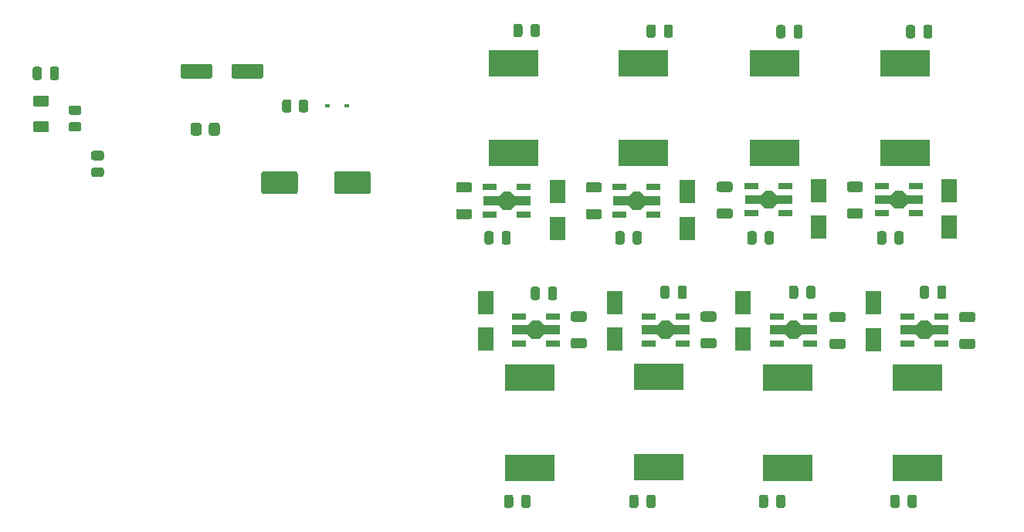
<source format=gtp>
G04 #@! TF.GenerationSoftware,KiCad,Pcbnew,5.1.11-e4df9d881f~92~ubuntu20.04.1*
G04 #@! TF.CreationDate,2021-10-29T00:11:59+02:00*
G04 #@! TF.ProjectId,CC dimmer low voltage,43432064-696d-46d6-9572-206c6f772076,0.95*
G04 #@! TF.SameCoordinates,Original*
G04 #@! TF.FileFunction,Paste,Top*
G04 #@! TF.FilePolarity,Positive*
%FSLAX46Y46*%
G04 Gerber Fmt 4.6, Leading zero omitted, Abs format (unit mm)*
G04 Created by KiCad (PCBNEW 5.1.11-e4df9d881f~92~ubuntu20.04.1) date 2021-10-29 00:11:59*
%MOMM*%
%LPD*%
G01*
G04 APERTURE LIST*
%ADD10R,1.500000X0.700000*%
%ADD11C,0.150000*%
%ADD12R,5.400000X2.900000*%
%ADD13R,1.800000X2.500000*%
%ADD14R,0.600000X0.450000*%
G04 APERTURE END LIST*
D10*
X185094000Y-74144000D03*
X185094000Y-71144000D03*
X188794000Y-74144000D03*
X188794000Y-71144000D03*
D11*
G36*
X186044000Y-73144000D02*
G01*
X184344000Y-73144000D01*
X184344000Y-72144000D01*
X186044000Y-72144000D01*
X186544000Y-71644000D01*
X187344000Y-71644000D01*
X187844000Y-72144000D01*
X189544000Y-72144000D01*
X189544000Y-73144000D01*
X187844000Y-73144000D01*
X187344000Y-73644000D01*
X186544000Y-73644000D01*
X186044000Y-73144000D01*
G37*
D12*
X174879000Y-92078000D03*
X174879000Y-101978000D03*
D13*
X198437500Y-83979000D03*
X198437500Y-87979000D03*
X170053000Y-87915500D03*
X170053000Y-83915500D03*
G36*
G01*
X157676000Y-77310000D02*
X157676000Y-76360000D01*
G75*
G02*
X157926000Y-76110000I250000J0D01*
G01*
X158426000Y-76110000D01*
G75*
G02*
X158676000Y-76360000I0J-250000D01*
G01*
X158676000Y-77310000D01*
G75*
G02*
X158426000Y-77560000I-250000J0D01*
G01*
X157926000Y-77560000D01*
G75*
G02*
X157676000Y-77310000I0J250000D01*
G01*
G37*
G36*
G01*
X155776000Y-77310000D02*
X155776000Y-76360000D01*
G75*
G02*
X156026000Y-76110000I250000J0D01*
G01*
X156526000Y-76110000D01*
G75*
G02*
X156776000Y-76360000I0J-250000D01*
G01*
X156776000Y-77310000D01*
G75*
G02*
X156526000Y-77560000I-250000J0D01*
G01*
X156026000Y-77560000D01*
G75*
G02*
X155776000Y-77310000I0J250000D01*
G01*
G37*
G36*
G01*
X161851000Y-53627000D02*
X161851000Y-54577000D01*
G75*
G02*
X161601000Y-54827000I-250000J0D01*
G01*
X161101000Y-54827000D01*
G75*
G02*
X160851000Y-54577000I0J250000D01*
G01*
X160851000Y-53627000D01*
G75*
G02*
X161101000Y-53377000I250000J0D01*
G01*
X161601000Y-53377000D01*
G75*
G02*
X161851000Y-53627000I0J-250000D01*
G01*
G37*
G36*
G01*
X159951000Y-53627000D02*
X159951000Y-54577000D01*
G75*
G02*
X159701000Y-54827000I-250000J0D01*
G01*
X159201000Y-54827000D01*
G75*
G02*
X158951000Y-54577000I0J250000D01*
G01*
X158951000Y-53627000D01*
G75*
G02*
X159201000Y-53377000I250000J0D01*
G01*
X159701000Y-53377000D01*
G75*
G02*
X159951000Y-53627000I0J-250000D01*
G01*
G37*
G36*
G01*
X170127000Y-77310000D02*
X170127000Y-76360000D01*
G75*
G02*
X170377000Y-76110000I250000J0D01*
G01*
X170877000Y-76110000D01*
G75*
G02*
X171127000Y-76360000I0J-250000D01*
G01*
X171127000Y-77310000D01*
G75*
G02*
X170877000Y-77560000I-250000J0D01*
G01*
X170377000Y-77560000D01*
G75*
G02*
X170127000Y-77310000I0J250000D01*
G01*
G37*
G36*
G01*
X172027000Y-77310000D02*
X172027000Y-76360000D01*
G75*
G02*
X172277000Y-76110000I250000J0D01*
G01*
X172777000Y-76110000D01*
G75*
G02*
X173027000Y-76360000I0J-250000D01*
G01*
X173027000Y-77310000D01*
G75*
G02*
X172777000Y-77560000I-250000J0D01*
G01*
X172277000Y-77560000D01*
G75*
G02*
X172027000Y-77310000I0J250000D01*
G01*
G37*
G36*
G01*
X176456000Y-53690500D02*
X176456000Y-54640500D01*
G75*
G02*
X176206000Y-54890500I-250000J0D01*
G01*
X175706000Y-54890500D01*
G75*
G02*
X175456000Y-54640500I0J250000D01*
G01*
X175456000Y-53690500D01*
G75*
G02*
X175706000Y-53440500I250000J0D01*
G01*
X176206000Y-53440500D01*
G75*
G02*
X176456000Y-53690500I0J-250000D01*
G01*
G37*
G36*
G01*
X174556000Y-53690500D02*
X174556000Y-54640500D01*
G75*
G02*
X174306000Y-54890500I-250000J0D01*
G01*
X173806000Y-54890500D01*
G75*
G02*
X173556000Y-54640500I0J250000D01*
G01*
X173556000Y-53690500D01*
G75*
G02*
X173806000Y-53440500I250000J0D01*
G01*
X174306000Y-53440500D01*
G75*
G02*
X174556000Y-53690500I0J-250000D01*
G01*
G37*
G36*
G01*
X184605000Y-77310000D02*
X184605000Y-76360000D01*
G75*
G02*
X184855000Y-76110000I250000J0D01*
G01*
X185355000Y-76110000D01*
G75*
G02*
X185605000Y-76360000I0J-250000D01*
G01*
X185605000Y-77310000D01*
G75*
G02*
X185355000Y-77560000I-250000J0D01*
G01*
X184855000Y-77560000D01*
G75*
G02*
X184605000Y-77310000I0J250000D01*
G01*
G37*
G36*
G01*
X186505000Y-77310000D02*
X186505000Y-76360000D01*
G75*
G02*
X186755000Y-76110000I250000J0D01*
G01*
X187255000Y-76110000D01*
G75*
G02*
X187505000Y-76360000I0J-250000D01*
G01*
X187505000Y-77310000D01*
G75*
G02*
X187255000Y-77560000I-250000J0D01*
G01*
X186755000Y-77560000D01*
G75*
G02*
X186505000Y-77310000I0J250000D01*
G01*
G37*
G36*
G01*
X188780000Y-53754000D02*
X188780000Y-54704000D01*
G75*
G02*
X188530000Y-54954000I-250000J0D01*
G01*
X188030000Y-54954000D01*
G75*
G02*
X187780000Y-54704000I0J250000D01*
G01*
X187780000Y-53754000D01*
G75*
G02*
X188030000Y-53504000I250000J0D01*
G01*
X188530000Y-53504000D01*
G75*
G02*
X188780000Y-53754000I0J-250000D01*
G01*
G37*
G36*
G01*
X190680000Y-53754000D02*
X190680000Y-54704000D01*
G75*
G02*
X190430000Y-54954000I-250000J0D01*
G01*
X189930000Y-54954000D01*
G75*
G02*
X189680000Y-54704000I0J250000D01*
G01*
X189680000Y-53754000D01*
G75*
G02*
X189930000Y-53504000I250000J0D01*
G01*
X190430000Y-53504000D01*
G75*
G02*
X190680000Y-53754000I0J-250000D01*
G01*
G37*
G36*
G01*
X200729000Y-77310000D02*
X200729000Y-76360000D01*
G75*
G02*
X200979000Y-76110000I250000J0D01*
G01*
X201479000Y-76110000D01*
G75*
G02*
X201729000Y-76360000I0J-250000D01*
G01*
X201729000Y-77310000D01*
G75*
G02*
X201479000Y-77560000I-250000J0D01*
G01*
X200979000Y-77560000D01*
G75*
G02*
X200729000Y-77310000I0J250000D01*
G01*
G37*
G36*
G01*
X198829000Y-77310000D02*
X198829000Y-76360000D01*
G75*
G02*
X199079000Y-76110000I250000J0D01*
G01*
X199579000Y-76110000D01*
G75*
G02*
X199829000Y-76360000I0J-250000D01*
G01*
X199829000Y-77310000D01*
G75*
G02*
X199579000Y-77560000I-250000J0D01*
G01*
X199079000Y-77560000D01*
G75*
G02*
X198829000Y-77310000I0J250000D01*
G01*
G37*
G36*
G01*
X204904000Y-53754000D02*
X204904000Y-54704000D01*
G75*
G02*
X204654000Y-54954000I-250000J0D01*
G01*
X204154000Y-54954000D01*
G75*
G02*
X203904000Y-54704000I0J250000D01*
G01*
X203904000Y-53754000D01*
G75*
G02*
X204154000Y-53504000I250000J0D01*
G01*
X204654000Y-53504000D01*
G75*
G02*
X204904000Y-53754000I0J-250000D01*
G01*
G37*
G36*
G01*
X203004000Y-53754000D02*
X203004000Y-54704000D01*
G75*
G02*
X202754000Y-54954000I-250000J0D01*
G01*
X202254000Y-54954000D01*
G75*
G02*
X202004000Y-54704000I0J250000D01*
G01*
X202004000Y-53754000D01*
G75*
G02*
X202254000Y-53504000I250000J0D01*
G01*
X202754000Y-53504000D01*
G75*
G02*
X203004000Y-53754000I0J-250000D01*
G01*
G37*
G36*
G01*
X204528000Y-82329000D02*
X204528000Y-83279000D01*
G75*
G02*
X204278000Y-83529000I-250000J0D01*
G01*
X203778000Y-83529000D01*
G75*
G02*
X203528000Y-83279000I0J250000D01*
G01*
X203528000Y-82329000D01*
G75*
G02*
X203778000Y-82079000I250000J0D01*
G01*
X204278000Y-82079000D01*
G75*
G02*
X204528000Y-82329000I0J-250000D01*
G01*
G37*
G36*
G01*
X206428000Y-82329000D02*
X206428000Y-83279000D01*
G75*
G02*
X206178000Y-83529000I-250000J0D01*
G01*
X205678000Y-83529000D01*
G75*
G02*
X205428000Y-83279000I0J250000D01*
G01*
X205428000Y-82329000D01*
G75*
G02*
X205678000Y-82079000I250000J0D01*
G01*
X206178000Y-82079000D01*
G75*
G02*
X206428000Y-82329000I0J-250000D01*
G01*
G37*
G36*
G01*
X203189500Y-105252500D02*
X203189500Y-106202500D01*
G75*
G02*
X202939500Y-106452500I-250000J0D01*
G01*
X202439500Y-106452500D01*
G75*
G02*
X202189500Y-106202500I0J250000D01*
G01*
X202189500Y-105252500D01*
G75*
G02*
X202439500Y-105002500I250000J0D01*
G01*
X202939500Y-105002500D01*
G75*
G02*
X203189500Y-105252500I0J-250000D01*
G01*
G37*
G36*
G01*
X201289500Y-105252500D02*
X201289500Y-106202500D01*
G75*
G02*
X201039500Y-106452500I-250000J0D01*
G01*
X200539500Y-106452500D01*
G75*
G02*
X200289500Y-106202500I0J250000D01*
G01*
X200289500Y-105252500D01*
G75*
G02*
X200539500Y-105002500I250000J0D01*
G01*
X201039500Y-105002500D01*
G75*
G02*
X201289500Y-105252500I0J-250000D01*
G01*
G37*
G36*
G01*
X190177000Y-82329000D02*
X190177000Y-83279000D01*
G75*
G02*
X189927000Y-83529000I-250000J0D01*
G01*
X189427000Y-83529000D01*
G75*
G02*
X189177000Y-83279000I0J250000D01*
G01*
X189177000Y-82329000D01*
G75*
G02*
X189427000Y-82079000I250000J0D01*
G01*
X189927000Y-82079000D01*
G75*
G02*
X190177000Y-82329000I0J-250000D01*
G01*
G37*
G36*
G01*
X192077000Y-82329000D02*
X192077000Y-83279000D01*
G75*
G02*
X191827000Y-83529000I-250000J0D01*
G01*
X191327000Y-83529000D01*
G75*
G02*
X191077000Y-83279000I0J250000D01*
G01*
X191077000Y-82329000D01*
G75*
G02*
X191327000Y-82079000I250000J0D01*
G01*
X191827000Y-82079000D01*
G75*
G02*
X192077000Y-82329000I0J-250000D01*
G01*
G37*
G36*
G01*
X186875000Y-105252500D02*
X186875000Y-106202500D01*
G75*
G02*
X186625000Y-106452500I-250000J0D01*
G01*
X186125000Y-106452500D01*
G75*
G02*
X185875000Y-106202500I0J250000D01*
G01*
X185875000Y-105252500D01*
G75*
G02*
X186125000Y-105002500I250000J0D01*
G01*
X186625000Y-105002500D01*
G75*
G02*
X186875000Y-105252500I0J-250000D01*
G01*
G37*
G36*
G01*
X188775000Y-105252500D02*
X188775000Y-106202500D01*
G75*
G02*
X188525000Y-106452500I-250000J0D01*
G01*
X188025000Y-106452500D01*
G75*
G02*
X187775000Y-106202500I0J250000D01*
G01*
X187775000Y-105252500D01*
G75*
G02*
X188025000Y-105002500I250000J0D01*
G01*
X188525000Y-105002500D01*
G75*
G02*
X188775000Y-105252500I0J-250000D01*
G01*
G37*
G36*
G01*
X177980000Y-82329000D02*
X177980000Y-83279000D01*
G75*
G02*
X177730000Y-83529000I-250000J0D01*
G01*
X177230000Y-83529000D01*
G75*
G02*
X176980000Y-83279000I0J250000D01*
G01*
X176980000Y-82329000D01*
G75*
G02*
X177230000Y-82079000I250000J0D01*
G01*
X177730000Y-82079000D01*
G75*
G02*
X177980000Y-82329000I0J-250000D01*
G01*
G37*
G36*
G01*
X176080000Y-82329000D02*
X176080000Y-83279000D01*
G75*
G02*
X175830000Y-83529000I-250000J0D01*
G01*
X175330000Y-83529000D01*
G75*
G02*
X175080000Y-83279000I0J250000D01*
G01*
X175080000Y-82329000D01*
G75*
G02*
X175330000Y-82079000I250000J0D01*
G01*
X175830000Y-82079000D01*
G75*
G02*
X176080000Y-82329000I0J-250000D01*
G01*
G37*
G36*
G01*
X172651000Y-105252500D02*
X172651000Y-106202500D01*
G75*
G02*
X172401000Y-106452500I-250000J0D01*
G01*
X171901000Y-106452500D01*
G75*
G02*
X171651000Y-106202500I0J250000D01*
G01*
X171651000Y-105252500D01*
G75*
G02*
X171901000Y-105002500I250000J0D01*
G01*
X172401000Y-105002500D01*
G75*
G02*
X172651000Y-105252500I0J-250000D01*
G01*
G37*
G36*
G01*
X174551000Y-105252500D02*
X174551000Y-106202500D01*
G75*
G02*
X174301000Y-106452500I-250000J0D01*
G01*
X173801000Y-106452500D01*
G75*
G02*
X173551000Y-106202500I0J250000D01*
G01*
X173551000Y-105252500D01*
G75*
G02*
X173801000Y-105002500I250000J0D01*
G01*
X174301000Y-105002500D01*
G75*
G02*
X174551000Y-105252500I0J-250000D01*
G01*
G37*
G36*
G01*
X161856000Y-82456000D02*
X161856000Y-83406000D01*
G75*
G02*
X161606000Y-83656000I-250000J0D01*
G01*
X161106000Y-83656000D01*
G75*
G02*
X160856000Y-83406000I0J250000D01*
G01*
X160856000Y-82456000D01*
G75*
G02*
X161106000Y-82206000I250000J0D01*
G01*
X161606000Y-82206000D01*
G75*
G02*
X161856000Y-82456000I0J-250000D01*
G01*
G37*
G36*
G01*
X163756000Y-82456000D02*
X163756000Y-83406000D01*
G75*
G02*
X163506000Y-83656000I-250000J0D01*
G01*
X163006000Y-83656000D01*
G75*
G02*
X162756000Y-83406000I0J250000D01*
G01*
X162756000Y-82456000D01*
G75*
G02*
X163006000Y-82206000I250000J0D01*
G01*
X163506000Y-82206000D01*
G75*
G02*
X163756000Y-82456000I0J-250000D01*
G01*
G37*
G36*
G01*
X160835000Y-105252500D02*
X160835000Y-106202500D01*
G75*
G02*
X160585000Y-106452500I-250000J0D01*
G01*
X160085000Y-106452500D01*
G75*
G02*
X159835000Y-106202500I0J250000D01*
G01*
X159835000Y-105252500D01*
G75*
G02*
X160085000Y-105002500I250000J0D01*
G01*
X160585000Y-105002500D01*
G75*
G02*
X160835000Y-105252500I0J-250000D01*
G01*
G37*
G36*
G01*
X158935000Y-105252500D02*
X158935000Y-106202500D01*
G75*
G02*
X158685000Y-106452500I-250000J0D01*
G01*
X158185000Y-106452500D01*
G75*
G02*
X157935000Y-106202500I0J250000D01*
G01*
X157935000Y-105252500D01*
G75*
G02*
X158185000Y-105002500I250000J0D01*
G01*
X158685000Y-105002500D01*
G75*
G02*
X158935000Y-105252500I0J-250000D01*
G01*
G37*
G36*
G01*
X143312400Y-69789800D02*
X143312400Y-71789800D01*
G75*
G02*
X143062400Y-72039800I-250000J0D01*
G01*
X139562400Y-72039800D01*
G75*
G02*
X139312400Y-71789800I0J250000D01*
G01*
X139312400Y-69789800D01*
G75*
G02*
X139562400Y-69539800I250000J0D01*
G01*
X143062400Y-69539800D01*
G75*
G02*
X143312400Y-69789800I0J-250000D01*
G01*
G37*
G36*
G01*
X135312400Y-69789800D02*
X135312400Y-71789800D01*
G75*
G02*
X135062400Y-72039800I-250000J0D01*
G01*
X131562400Y-72039800D01*
G75*
G02*
X131312400Y-71789800I0J250000D01*
G01*
X131312400Y-69789800D01*
G75*
G02*
X131562400Y-69539800I250000J0D01*
G01*
X135062400Y-69539800D01*
G75*
G02*
X135312400Y-69789800I0J-250000D01*
G01*
G37*
G36*
G01*
X122450000Y-59122400D02*
X122450000Y-58022400D01*
G75*
G02*
X122700000Y-57772400I250000J0D01*
G01*
X125700000Y-57772400D01*
G75*
G02*
X125950000Y-58022400I0J-250000D01*
G01*
X125950000Y-59122400D01*
G75*
G02*
X125700000Y-59372400I-250000J0D01*
G01*
X122700000Y-59372400D01*
G75*
G02*
X122450000Y-59122400I0J250000D01*
G01*
G37*
G36*
G01*
X128050000Y-59122400D02*
X128050000Y-58022400D01*
G75*
G02*
X128300000Y-57772400I250000J0D01*
G01*
X131300000Y-57772400D01*
G75*
G02*
X131550000Y-58022400I0J-250000D01*
G01*
X131550000Y-59122400D01*
G75*
G02*
X131300000Y-59372400I-250000J0D01*
G01*
X128300000Y-59372400D01*
G75*
G02*
X128050000Y-59122400I0J250000D01*
G01*
G37*
G36*
G01*
X109146000Y-58326000D02*
X109146000Y-59276000D01*
G75*
G02*
X108896000Y-59526000I-250000J0D01*
G01*
X108396000Y-59526000D01*
G75*
G02*
X108146000Y-59276000I0J250000D01*
G01*
X108146000Y-58326000D01*
G75*
G02*
X108396000Y-58076000I250000J0D01*
G01*
X108896000Y-58076000D01*
G75*
G02*
X109146000Y-58326000I0J-250000D01*
G01*
G37*
G36*
G01*
X107246000Y-58326000D02*
X107246000Y-59276000D01*
G75*
G02*
X106996000Y-59526000I-250000J0D01*
G01*
X106496000Y-59526000D01*
G75*
G02*
X106246000Y-59276000I0J250000D01*
G01*
X106246000Y-58326000D01*
G75*
G02*
X106496000Y-58076000I250000J0D01*
G01*
X106996000Y-58076000D01*
G75*
G02*
X107246000Y-58326000I0J-250000D01*
G01*
G37*
X163830000Y-75787000D03*
X163830000Y-71787000D03*
X178054000Y-75787000D03*
X178054000Y-71787000D03*
X192405000Y-75660000D03*
X192405000Y-71660000D03*
X206756000Y-71660000D03*
X206756000Y-75660000D03*
X184150000Y-87915500D03*
X184150000Y-83915500D03*
X155956000Y-87915500D03*
X155956000Y-83915500D03*
D14*
X140648400Y-62382400D03*
X138548400Y-62382400D03*
G36*
G01*
X106537600Y-61221000D02*
X107787600Y-61221000D01*
G75*
G02*
X108037600Y-61471000I0J-250000D01*
G01*
X108037600Y-62221000D01*
G75*
G02*
X107787600Y-62471000I-250000J0D01*
G01*
X106537600Y-62471000D01*
G75*
G02*
X106287600Y-62221000I0J250000D01*
G01*
X106287600Y-61471000D01*
G75*
G02*
X106537600Y-61221000I250000J0D01*
G01*
G37*
G36*
G01*
X106537600Y-64021000D02*
X107787600Y-64021000D01*
G75*
G02*
X108037600Y-64271000I0J-250000D01*
G01*
X108037600Y-65021000D01*
G75*
G02*
X107787600Y-65271000I-250000J0D01*
G01*
X106537600Y-65271000D01*
G75*
G02*
X106287600Y-65021000I0J250000D01*
G01*
X106287600Y-64271000D01*
G75*
G02*
X106537600Y-64021000I250000J0D01*
G01*
G37*
G36*
G01*
X123571200Y-65372401D02*
X123571200Y-64472399D01*
G75*
G02*
X123821199Y-64222400I249999J0D01*
G01*
X124521201Y-64222400D01*
G75*
G02*
X124771200Y-64472399I0J-249999D01*
G01*
X124771200Y-65372401D01*
G75*
G02*
X124521201Y-65622400I-249999J0D01*
G01*
X123821199Y-65622400D01*
G75*
G02*
X123571200Y-65372401I0J249999D01*
G01*
G37*
G36*
G01*
X125571200Y-65372401D02*
X125571200Y-64472399D01*
G75*
G02*
X125821199Y-64222400I249999J0D01*
G01*
X126521201Y-64222400D01*
G75*
G02*
X126771200Y-64472399I0J-249999D01*
G01*
X126771200Y-65372401D01*
G75*
G02*
X126521201Y-65622400I-249999J0D01*
G01*
X125821199Y-65622400D01*
G75*
G02*
X125571200Y-65372401I0J249999D01*
G01*
G37*
D12*
X159004000Y-67561000D03*
X159004000Y-57661000D03*
X173228000Y-57661000D03*
X173228000Y-67561000D03*
X187579000Y-57661000D03*
X187579000Y-67561000D03*
X201930000Y-67561000D03*
X201930000Y-57661000D03*
X203263500Y-92141500D03*
X203263500Y-102041500D03*
X189039500Y-92141500D03*
X189039500Y-102041500D03*
X160782000Y-102041500D03*
X160782000Y-92141500D03*
G36*
G01*
X152917997Y-70746000D02*
X154168003Y-70746000D01*
G75*
G02*
X154418000Y-70995997I0J-249997D01*
G01*
X154418000Y-71621003D01*
G75*
G02*
X154168003Y-71871000I-249997J0D01*
G01*
X152917997Y-71871000D01*
G75*
G02*
X152668000Y-71621003I0J249997D01*
G01*
X152668000Y-70995997D01*
G75*
G02*
X152917997Y-70746000I249997J0D01*
G01*
G37*
G36*
G01*
X152917997Y-73671000D02*
X154168003Y-73671000D01*
G75*
G02*
X154418000Y-73920997I0J-249997D01*
G01*
X154418000Y-74546003D01*
G75*
G02*
X154168003Y-74796000I-249997J0D01*
G01*
X152917997Y-74796000D01*
G75*
G02*
X152668000Y-74546003I0J249997D01*
G01*
X152668000Y-73920997D01*
G75*
G02*
X152917997Y-73671000I249997J0D01*
G01*
G37*
G36*
G01*
X167141997Y-73671000D02*
X168392003Y-73671000D01*
G75*
G02*
X168642000Y-73920997I0J-249997D01*
G01*
X168642000Y-74546003D01*
G75*
G02*
X168392003Y-74796000I-249997J0D01*
G01*
X167141997Y-74796000D01*
G75*
G02*
X166892000Y-74546003I0J249997D01*
G01*
X166892000Y-73920997D01*
G75*
G02*
X167141997Y-73671000I249997J0D01*
G01*
G37*
G36*
G01*
X167141997Y-70746000D02*
X168392003Y-70746000D01*
G75*
G02*
X168642000Y-70995997I0J-249997D01*
G01*
X168642000Y-71621003D01*
G75*
G02*
X168392003Y-71871000I-249997J0D01*
G01*
X167141997Y-71871000D01*
G75*
G02*
X166892000Y-71621003I0J249997D01*
G01*
X166892000Y-70995997D01*
G75*
G02*
X167141997Y-70746000I249997J0D01*
G01*
G37*
G36*
G01*
X181492997Y-73605500D02*
X182743003Y-73605500D01*
G75*
G02*
X182993000Y-73855497I0J-249997D01*
G01*
X182993000Y-74480503D01*
G75*
G02*
X182743003Y-74730500I-249997J0D01*
G01*
X181492997Y-74730500D01*
G75*
G02*
X181243000Y-74480503I0J249997D01*
G01*
X181243000Y-73855497D01*
G75*
G02*
X181492997Y-73605500I249997J0D01*
G01*
G37*
G36*
G01*
X181492997Y-70680500D02*
X182743003Y-70680500D01*
G75*
G02*
X182993000Y-70930497I0J-249997D01*
G01*
X182993000Y-71555503D01*
G75*
G02*
X182743003Y-71805500I-249997J0D01*
G01*
X181492997Y-71805500D01*
G75*
G02*
X181243000Y-71555503I0J249997D01*
G01*
X181243000Y-70930497D01*
G75*
G02*
X181492997Y-70680500I249997J0D01*
G01*
G37*
G36*
G01*
X195780497Y-70682500D02*
X197030503Y-70682500D01*
G75*
G02*
X197280500Y-70932497I0J-249997D01*
G01*
X197280500Y-71557503D01*
G75*
G02*
X197030503Y-71807500I-249997J0D01*
G01*
X195780497Y-71807500D01*
G75*
G02*
X195530500Y-71557503I0J249997D01*
G01*
X195530500Y-70932497D01*
G75*
G02*
X195780497Y-70682500I249997J0D01*
G01*
G37*
G36*
G01*
X195780497Y-73607500D02*
X197030503Y-73607500D01*
G75*
G02*
X197280500Y-73857497I0J-249997D01*
G01*
X197280500Y-74482503D01*
G75*
G02*
X197030503Y-74732500I-249997J0D01*
G01*
X195780497Y-74732500D01*
G75*
G02*
X195530500Y-74482503I0J249997D01*
G01*
X195530500Y-73857497D01*
G75*
G02*
X195780497Y-73607500I249997J0D01*
G01*
G37*
G36*
G01*
X209349503Y-86095000D02*
X208099497Y-86095000D01*
G75*
G02*
X207849500Y-85845003I0J249997D01*
G01*
X207849500Y-85219997D01*
G75*
G02*
X208099497Y-84970000I249997J0D01*
G01*
X209349503Y-84970000D01*
G75*
G02*
X209599500Y-85219997I0J-249997D01*
G01*
X209599500Y-85845003D01*
G75*
G02*
X209349503Y-86095000I-249997J0D01*
G01*
G37*
G36*
G01*
X209349503Y-89020000D02*
X208099497Y-89020000D01*
G75*
G02*
X207849500Y-88770003I0J249997D01*
G01*
X207849500Y-88144997D01*
G75*
G02*
X208099497Y-87895000I249997J0D01*
G01*
X209349503Y-87895000D01*
G75*
G02*
X209599500Y-88144997I0J-249997D01*
G01*
X209599500Y-88770003D01*
G75*
G02*
X209349503Y-89020000I-249997J0D01*
G01*
G37*
G36*
G01*
X195125503Y-89018000D02*
X193875497Y-89018000D01*
G75*
G02*
X193625500Y-88768003I0J249997D01*
G01*
X193625500Y-88142997D01*
G75*
G02*
X193875497Y-87893000I249997J0D01*
G01*
X195125503Y-87893000D01*
G75*
G02*
X195375500Y-88142997I0J-249997D01*
G01*
X195375500Y-88768003D01*
G75*
G02*
X195125503Y-89018000I-249997J0D01*
G01*
G37*
G36*
G01*
X195125503Y-86093000D02*
X193875497Y-86093000D01*
G75*
G02*
X193625500Y-85843003I0J249997D01*
G01*
X193625500Y-85217997D01*
G75*
G02*
X193875497Y-84968000I249997J0D01*
G01*
X195125503Y-84968000D01*
G75*
G02*
X195375500Y-85217997I0J-249997D01*
G01*
X195375500Y-85843003D01*
G75*
G02*
X195125503Y-86093000I-249997J0D01*
G01*
G37*
G36*
G01*
X180965003Y-86031500D02*
X179714997Y-86031500D01*
G75*
G02*
X179465000Y-85781503I0J249997D01*
G01*
X179465000Y-85156497D01*
G75*
G02*
X179714997Y-84906500I249997J0D01*
G01*
X180965003Y-84906500D01*
G75*
G02*
X181215000Y-85156497I0J-249997D01*
G01*
X181215000Y-85781503D01*
G75*
G02*
X180965003Y-86031500I-249997J0D01*
G01*
G37*
G36*
G01*
X180965003Y-88956500D02*
X179714997Y-88956500D01*
G75*
G02*
X179465000Y-88706503I0J249997D01*
G01*
X179465000Y-88081497D01*
G75*
G02*
X179714997Y-87831500I249997J0D01*
G01*
X180965003Y-87831500D01*
G75*
G02*
X181215000Y-88081497I0J-249997D01*
G01*
X181215000Y-88706503D01*
G75*
G02*
X180965003Y-88956500I-249997J0D01*
G01*
G37*
G36*
G01*
X166741003Y-88956500D02*
X165490997Y-88956500D01*
G75*
G02*
X165241000Y-88706503I0J249997D01*
G01*
X165241000Y-88081497D01*
G75*
G02*
X165490997Y-87831500I249997J0D01*
G01*
X166741003Y-87831500D01*
G75*
G02*
X166991000Y-88081497I0J-249997D01*
G01*
X166991000Y-88706503D01*
G75*
G02*
X166741003Y-88956500I-249997J0D01*
G01*
G37*
G36*
G01*
X166741003Y-86031500D02*
X165490997Y-86031500D01*
G75*
G02*
X165241000Y-85781503I0J249997D01*
G01*
X165241000Y-85156497D01*
G75*
G02*
X165490997Y-84906500I249997J0D01*
G01*
X166741003Y-84906500D01*
G75*
G02*
X166991000Y-85156497I0J-249997D01*
G01*
X166991000Y-85781503D01*
G75*
G02*
X166741003Y-86031500I-249997J0D01*
G01*
G37*
G36*
G01*
X112910198Y-67307400D02*
X113810202Y-67307400D01*
G75*
G02*
X114060200Y-67557398I0J-249998D01*
G01*
X114060200Y-68082402D01*
G75*
G02*
X113810202Y-68332400I-249998J0D01*
G01*
X112910198Y-68332400D01*
G75*
G02*
X112660200Y-68082402I0J249998D01*
G01*
X112660200Y-67557398D01*
G75*
G02*
X112910198Y-67307400I249998J0D01*
G01*
G37*
G36*
G01*
X112910198Y-69132400D02*
X113810202Y-69132400D01*
G75*
G02*
X114060200Y-69382398I0J-249998D01*
G01*
X114060200Y-69907402D01*
G75*
G02*
X113810202Y-70157400I-249998J0D01*
G01*
X112910198Y-70157400D01*
G75*
G02*
X112660200Y-69907402I0J249998D01*
G01*
X112660200Y-69382398D01*
G75*
G02*
X112910198Y-69132400I249998J0D01*
G01*
G37*
G36*
G01*
X134626400Y-61932398D02*
X134626400Y-62832402D01*
G75*
G02*
X134376402Y-63082400I-249998J0D01*
G01*
X133851398Y-63082400D01*
G75*
G02*
X133601400Y-62832402I0J249998D01*
G01*
X133601400Y-61932398D01*
G75*
G02*
X133851398Y-61682400I249998J0D01*
G01*
X134376402Y-61682400D01*
G75*
G02*
X134626400Y-61932398I0J-249998D01*
G01*
G37*
G36*
G01*
X136451400Y-61932398D02*
X136451400Y-62832402D01*
G75*
G02*
X136201402Y-63082400I-249998J0D01*
G01*
X135676398Y-63082400D01*
G75*
G02*
X135426400Y-62832402I0J249998D01*
G01*
X135426400Y-61932398D01*
G75*
G02*
X135676398Y-61682400I249998J0D01*
G01*
X136201402Y-61682400D01*
G75*
G02*
X136451400Y-61932398I0J-249998D01*
G01*
G37*
G36*
G01*
X110446398Y-62329000D02*
X111346402Y-62329000D01*
G75*
G02*
X111596400Y-62578998I0J-249998D01*
G01*
X111596400Y-63104002D01*
G75*
G02*
X111346402Y-63354000I-249998J0D01*
G01*
X110446398Y-63354000D01*
G75*
G02*
X110196400Y-63104002I0J249998D01*
G01*
X110196400Y-62578998D01*
G75*
G02*
X110446398Y-62329000I249998J0D01*
G01*
G37*
G36*
G01*
X110446398Y-64154000D02*
X111346402Y-64154000D01*
G75*
G02*
X111596400Y-64403998I0J-249998D01*
G01*
X111596400Y-64929002D01*
G75*
G02*
X111346402Y-65179000I-249998J0D01*
G01*
X110446398Y-65179000D01*
G75*
G02*
X110196400Y-64929002I0J249998D01*
G01*
X110196400Y-64403998D01*
G75*
G02*
X110446398Y-64154000I249998J0D01*
G01*
G37*
D11*
G36*
X157342000Y-73271000D02*
G01*
X155642000Y-73271000D01*
X155642000Y-72271000D01*
X157342000Y-72271000D01*
X157842000Y-71771000D01*
X158642000Y-71771000D01*
X159142000Y-72271000D01*
X160842000Y-72271000D01*
X160842000Y-73271000D01*
X159142000Y-73271000D01*
X158642000Y-73771000D01*
X157842000Y-73771000D01*
X157342000Y-73271000D01*
G37*
D10*
X160092000Y-71271000D03*
X160092000Y-74271000D03*
X156392000Y-71271000D03*
X156392000Y-74271000D03*
D11*
G36*
X171566000Y-73271000D02*
G01*
X169866000Y-73271000D01*
X169866000Y-72271000D01*
X171566000Y-72271000D01*
X172066000Y-71771000D01*
X172866000Y-71771000D01*
X173366000Y-72271000D01*
X175066000Y-72271000D01*
X175066000Y-73271000D01*
X173366000Y-73271000D01*
X172866000Y-73771000D01*
X172066000Y-73771000D01*
X171566000Y-73271000D01*
G37*
D10*
X174316000Y-71271000D03*
X174316000Y-74271000D03*
X170616000Y-71271000D03*
X170616000Y-74271000D03*
D11*
G36*
X200331500Y-73144000D02*
G01*
X198631500Y-73144000D01*
X198631500Y-72144000D01*
X200331500Y-72144000D01*
X200831500Y-71644000D01*
X201631500Y-71644000D01*
X202131500Y-72144000D01*
X203831500Y-72144000D01*
X203831500Y-73144000D01*
X202131500Y-73144000D01*
X201631500Y-73644000D01*
X200831500Y-73644000D01*
X200331500Y-73144000D01*
G37*
D10*
X203081500Y-71144000D03*
X203081500Y-74144000D03*
X199381500Y-71144000D03*
X199381500Y-74144000D03*
X205875500Y-85431500D03*
X205875500Y-88431500D03*
X202175500Y-85431500D03*
X202175500Y-88431500D03*
D11*
G36*
X204925500Y-86431500D02*
G01*
X206625500Y-86431500D01*
X206625500Y-87431500D01*
X204925500Y-87431500D01*
X204425500Y-87931500D01*
X203625500Y-87931500D01*
X203125500Y-87431500D01*
X201425500Y-87431500D01*
X201425500Y-86431500D01*
X203125500Y-86431500D01*
X203625500Y-85931500D01*
X204425500Y-85931500D01*
X204925500Y-86431500D01*
G37*
D10*
X191524500Y-85431500D03*
X191524500Y-88431500D03*
X187824500Y-85431500D03*
X187824500Y-88431500D03*
D11*
G36*
X190574500Y-86431500D02*
G01*
X192274500Y-86431500D01*
X192274500Y-87431500D01*
X190574500Y-87431500D01*
X190074500Y-87931500D01*
X189274500Y-87931500D01*
X188774500Y-87431500D01*
X187074500Y-87431500D01*
X187074500Y-86431500D01*
X188774500Y-86431500D01*
X189274500Y-85931500D01*
X190074500Y-85931500D01*
X190574500Y-86431500D01*
G37*
D10*
X177491000Y-85431500D03*
X177491000Y-88431500D03*
X173791000Y-85431500D03*
X173791000Y-88431500D03*
D11*
G36*
X176541000Y-86431500D02*
G01*
X178241000Y-86431500D01*
X178241000Y-87431500D01*
X176541000Y-87431500D01*
X176041000Y-87931500D01*
X175241000Y-87931500D01*
X174741000Y-87431500D01*
X173041000Y-87431500D01*
X173041000Y-86431500D01*
X174741000Y-86431500D01*
X175241000Y-85931500D01*
X176041000Y-85931500D01*
X176541000Y-86431500D01*
G37*
G36*
X162317000Y-86431500D02*
G01*
X164017000Y-86431500D01*
X164017000Y-87431500D01*
X162317000Y-87431500D01*
X161817000Y-87931500D01*
X161017000Y-87931500D01*
X160517000Y-87431500D01*
X158817000Y-87431500D01*
X158817000Y-86431500D01*
X160517000Y-86431500D01*
X161017000Y-85931500D01*
X161817000Y-85931500D01*
X162317000Y-86431500D01*
G37*
D10*
X159567000Y-88431500D03*
X159567000Y-85431500D03*
X163267000Y-88431500D03*
X163267000Y-85431500D03*
M02*

</source>
